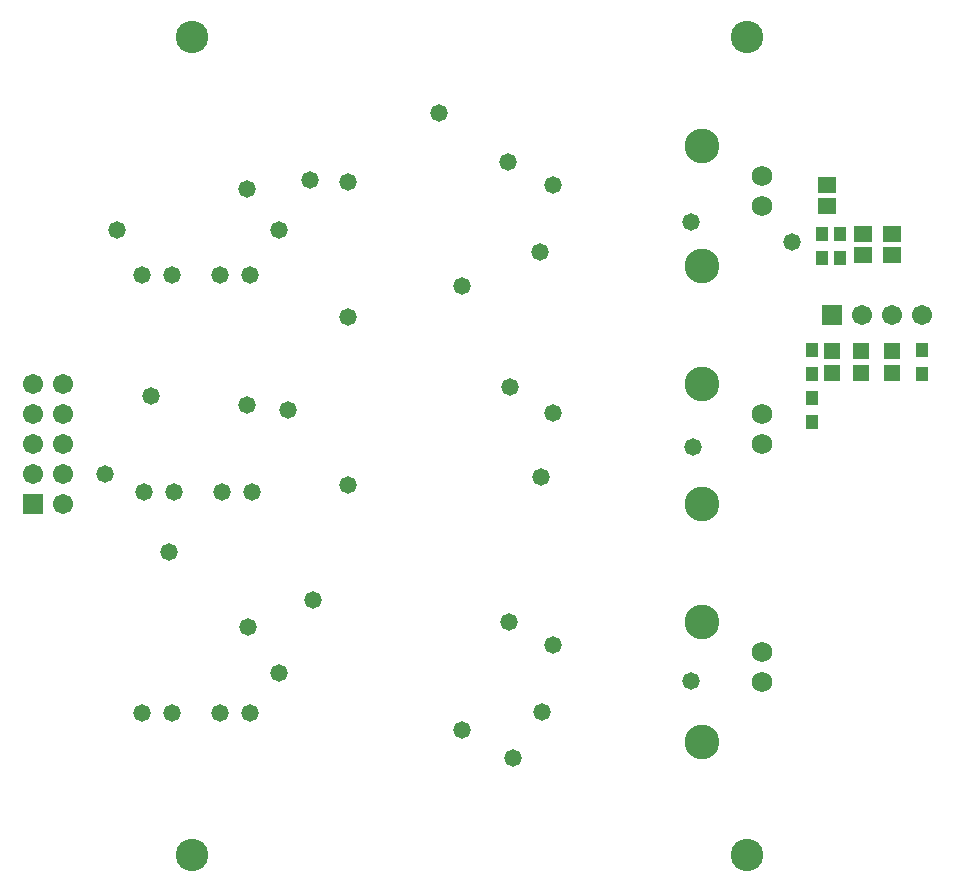
<source format=gbs>
%FSLAX25Y25*%
%MOIN*%
G70*
G01*
G75*
G04 Layer_Color=16711935*
%ADD10R,0.03543X0.04331*%
%ADD11R,0.04331X0.03543*%
%ADD12R,0.03543X0.03937*%
%ADD13R,0.04016X0.01614*%
%ADD14R,0.05512X0.04921*%
%ADD15R,0.05512X0.04724*%
%ADD16R,0.04724X0.05512*%
%ADD17O,0.02362X0.08661*%
%ADD18C,0.01000*%
%ADD19C,0.05906*%
%ADD20R,0.05906X0.05906*%
%ADD21C,0.10000*%
%ADD22R,0.05906X0.05906*%
%ADD23C,0.06000*%
%ADD24C,0.05000*%
%ADD25C,0.10787*%
%ADD26R,0.04724X0.04724*%
%ADD27C,0.00787*%
%ADD28C,0.00984*%
%ADD29C,0.02362*%
%ADD30C,0.00800*%
%ADD31C,0.02000*%
%ADD32R,0.04343X0.05131*%
%ADD33R,0.05131X0.04343*%
%ADD34R,0.04343X0.04737*%
%ADD35R,0.04816X0.02414*%
%ADD36R,0.06312X0.05721*%
%ADD37R,0.06312X0.05524*%
%ADD38R,0.05524X0.06312*%
%ADD39O,0.03162X0.09461*%
%ADD40C,0.06706*%
%ADD41R,0.06706X0.06706*%
%ADD42C,0.10800*%
%ADD43R,0.06706X0.06706*%
%ADD44C,0.06800*%
%ADD45C,0.05800*%
%ADD46C,0.11587*%
%ADD47R,0.05524X0.05524*%
D32*
X304200Y205800D02*
D03*
Y197926D02*
D03*
Y221777D02*
D03*
Y213903D02*
D03*
X341000D02*
D03*
Y221777D02*
D03*
X313400Y260454D02*
D03*
Y252580D02*
D03*
X307600D02*
D03*
Y260454D02*
D03*
D36*
X309300Y270055D02*
D03*
Y276945D02*
D03*
X321200Y253755D02*
D03*
Y260645D02*
D03*
X331000Y253755D02*
D03*
Y260645D02*
D03*
D40*
X341000Y233500D02*
D03*
X331000D02*
D03*
X321000D02*
D03*
X54500Y210500D02*
D03*
X44500D02*
D03*
X54500Y200500D02*
D03*
X44500D02*
D03*
X54500Y190500D02*
D03*
X44500D02*
D03*
X54500Y180500D02*
D03*
X44500D02*
D03*
X54500Y170500D02*
D03*
D41*
X311000Y233500D02*
D03*
D42*
X97500Y326250D02*
D03*
X282500D02*
D03*
Y53750D02*
D03*
X97500D02*
D03*
D43*
X44500Y170500D02*
D03*
D44*
X287700Y270000D02*
D03*
Y280000D02*
D03*
Y190700D02*
D03*
Y200700D02*
D03*
Y111400D02*
D03*
Y121400D02*
D03*
D45*
X68453Y180547D02*
D03*
X264000Y264500D02*
D03*
X203000Y284500D02*
D03*
X264500Y189500D02*
D03*
X203500Y209500D02*
D03*
X264000Y111500D02*
D03*
X203100Y131400D02*
D03*
X126400Y114400D02*
D03*
Y261900D02*
D03*
X187400Y243100D02*
D03*
X115823Y275677D02*
D03*
X117000Y247000D02*
D03*
X107000D02*
D03*
X91000D02*
D03*
X81000D02*
D03*
X117500Y174500D02*
D03*
X107500D02*
D03*
X91500D02*
D03*
X81500D02*
D03*
X116000Y203500D02*
D03*
X117000Y101000D02*
D03*
X107000D02*
D03*
X91000D02*
D03*
X81000D02*
D03*
X116177Y129677D02*
D03*
X213500Y254500D02*
D03*
X214000Y179500D02*
D03*
X214200Y101200D02*
D03*
X138000Y138500D02*
D03*
X129408Y201908D02*
D03*
X149500Y233000D02*
D03*
Y177000D02*
D03*
X187400Y95400D02*
D03*
X137000Y278500D02*
D03*
X149500Y278000D02*
D03*
X180000Y301000D02*
D03*
X90000Y154500D02*
D03*
X72500Y262000D02*
D03*
X218043Y276957D02*
D03*
Y123457D02*
D03*
X204500Y86000D02*
D03*
X297500Y258000D02*
D03*
X218000Y201000D02*
D03*
X84000Y206500D02*
D03*
D46*
X267700Y250000D02*
D03*
Y290000D02*
D03*
Y170700D02*
D03*
Y210700D02*
D03*
Y91400D02*
D03*
Y131400D02*
D03*
D47*
X310800Y214100D02*
D03*
Y221580D02*
D03*
X320700D02*
D03*
Y214100D02*
D03*
X330900D02*
D03*
Y221580D02*
D03*
M02*

</source>
